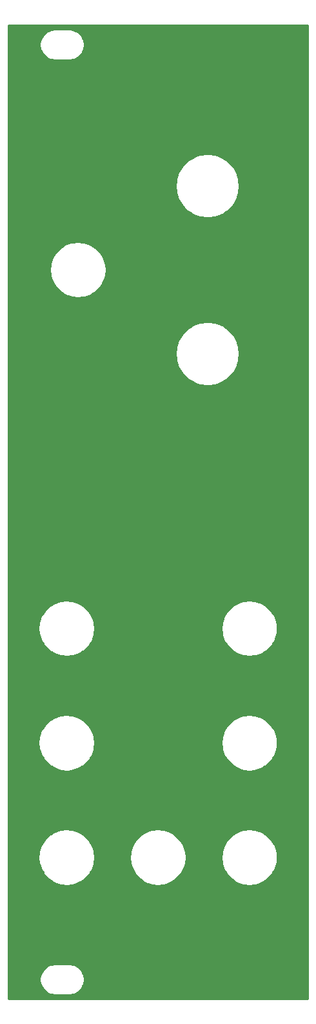
<source format=gtl>
G04 #@! TF.GenerationSoftware,KiCad,Pcbnew,(5.0.0-rc2)*
G04 #@! TF.CreationDate,2020-07-08T20:50:26+03:00*
G04 #@! TF.ProjectId,VCAPNL2,564341504E4C322E6B696361645F7063,rev?*
G04 #@! TF.SameCoordinates,PX2e28680PY88601c0*
G04 #@! TF.FileFunction,Copper,L1,Top,Signal*
G04 #@! TF.FilePolarity,Positive*
%FSLAX46Y46*%
G04 Gerber Fmt 4.6, Leading zero omitted, Abs format (unit mm)*
G04 Created by KiCad (PCBNEW (5.0.0-rc2)) date Wed Jul  8 20:50:26 2020*
%MOMM*%
%LPD*%
G01*
G04 APERTURE LIST*
G04 #@! TA.AperFunction,NonConductor*
%ADD10C,0.254000*%
G04 #@! TD*
G04 APERTURE END LIST*
D10*
G36*
X39723000Y477000D02*
X477000Y477000D01*
X477000Y3068362D01*
X4568380Y3068362D01*
X4568380Y2931638D01*
X4646690Y2437212D01*
X4646690Y2437211D01*
X4688940Y2307179D01*
X4916203Y1861150D01*
X4996567Y1750538D01*
X5350539Y1396567D01*
X5461150Y1316203D01*
X5907179Y1088940D01*
X6037211Y1046690D01*
X6523174Y969721D01*
X6556961Y963000D01*
X8443039Y963000D01*
X8476826Y969721D01*
X8962789Y1046690D01*
X9092821Y1088940D01*
X9538850Y1316203D01*
X9649462Y1396567D01*
X10003433Y1750539D01*
X10083797Y1861150D01*
X10311060Y2307179D01*
X10353310Y2437211D01*
X10353310Y2437212D01*
X10431620Y2931638D01*
X10431620Y3068362D01*
X10353310Y3562789D01*
X10311060Y3692821D01*
X10083797Y4138850D01*
X10003433Y4249461D01*
X10003432Y4249462D01*
X9649462Y4603433D01*
X9538850Y4683797D01*
X9092821Y4911060D01*
X8962789Y4953310D01*
X8476826Y5030279D01*
X8443039Y5037000D01*
X6556961Y5037000D01*
X6523174Y5030279D01*
X6037211Y4953310D01*
X5907179Y4911060D01*
X5461150Y4683797D01*
X5350539Y4603433D01*
X4996567Y4249462D01*
X4937658Y4168380D01*
X4916203Y4138850D01*
X4688940Y3692821D01*
X4646690Y3562789D01*
X4568380Y3068362D01*
X477000Y3068362D01*
X477000Y18948242D01*
X4393361Y18948242D01*
X4473000Y18317839D01*
X4473000Y18278545D01*
X4480142Y18261302D01*
X4496941Y18128328D01*
X4779597Y17351737D01*
X4995962Y17016005D01*
X5025178Y16945470D01*
X5070855Y16899793D01*
X5227281Y16657067D01*
X5817743Y16078844D01*
X6010211Y15960437D01*
X6045470Y15925178D01*
X6112973Y15897218D01*
X6521636Y15645806D01*
X7303976Y15379476D01*
X8125880Y15293090D01*
X8796023Y15373000D01*
X8821455Y15373000D01*
X8831736Y15377259D01*
X8946497Y15390943D01*
X9725042Y15668170D01*
X10083961Y15895948D01*
X10154530Y15925178D01*
X10197099Y15967747D01*
X10422820Y16110994D01*
X11005152Y16697405D01*
X11135737Y16906385D01*
X11174822Y16945470D01*
X11203652Y17015072D01*
X11443093Y17398258D01*
X11714879Y18178720D01*
X11725733Y18275486D01*
X11727000Y18278545D01*
X11727000Y18286782D01*
X11801194Y18948242D01*
X16393361Y18948242D01*
X16473000Y18317839D01*
X16473000Y18278545D01*
X16480142Y18261302D01*
X16496941Y18128328D01*
X16779597Y17351737D01*
X16995962Y17016005D01*
X17025178Y16945470D01*
X17070855Y16899793D01*
X17227281Y16657067D01*
X17817743Y16078844D01*
X18010211Y15960437D01*
X18045470Y15925178D01*
X18112973Y15897218D01*
X18521636Y15645806D01*
X19303976Y15379476D01*
X20125880Y15293090D01*
X20796023Y15373000D01*
X20821455Y15373000D01*
X20831736Y15377259D01*
X20946497Y15390943D01*
X21725042Y15668170D01*
X22083961Y15895948D01*
X22154530Y15925178D01*
X22197099Y15967747D01*
X22422820Y16110994D01*
X23005152Y16697405D01*
X23135737Y16906385D01*
X23174822Y16945470D01*
X23203652Y17015072D01*
X23443093Y17398258D01*
X23714879Y18178720D01*
X23725733Y18275486D01*
X23727000Y18278545D01*
X23727000Y18286782D01*
X23801194Y18948242D01*
X28393361Y18948242D01*
X28473000Y18317839D01*
X28473000Y18278545D01*
X28480142Y18261302D01*
X28496941Y18128328D01*
X28779597Y17351737D01*
X28995962Y17016005D01*
X29025178Y16945470D01*
X29070855Y16899793D01*
X29227281Y16657067D01*
X29817743Y16078844D01*
X30010211Y15960437D01*
X30045470Y15925178D01*
X30112973Y15897218D01*
X30521636Y15645806D01*
X31303976Y15379476D01*
X32125880Y15293090D01*
X32796023Y15373000D01*
X32821455Y15373000D01*
X32831736Y15377259D01*
X32946497Y15390943D01*
X33725042Y15668170D01*
X34083961Y15895948D01*
X34154530Y15925178D01*
X34197099Y15967747D01*
X34422820Y16110994D01*
X35005152Y16697405D01*
X35135737Y16906385D01*
X35174822Y16945470D01*
X35203652Y17015072D01*
X35443093Y17398258D01*
X35714879Y18178720D01*
X35725733Y18275486D01*
X35727000Y18278545D01*
X35727000Y18286782D01*
X35807000Y19000000D01*
X35805555Y19103506D01*
X35727000Y19662453D01*
X35727000Y19721455D01*
X35714449Y19751755D01*
X35690538Y19921893D01*
X35397066Y20694462D01*
X35202942Y20986643D01*
X35174822Y21054530D01*
X35124214Y21105138D01*
X34939727Y21382814D01*
X34341249Y21952736D01*
X34181219Y22048133D01*
X34154530Y22074822D01*
X34095273Y22099367D01*
X33631378Y22375904D01*
X32845396Y22631285D01*
X32022366Y22706187D01*
X31428889Y22627000D01*
X31378545Y22627000D01*
X31354621Y22617091D01*
X31203196Y22596886D01*
X30428597Y22308816D01*
X30115076Y22103654D01*
X30045470Y22074822D01*
X29997101Y22026453D01*
X29737069Y21856293D01*
X29162982Y21261808D01*
X29056295Y21085647D01*
X29025178Y21054530D01*
X28998621Y20990415D01*
X28734869Y20554909D01*
X28474007Y19770729D01*
X28393361Y18948242D01*
X23801194Y18948242D01*
X23807000Y19000000D01*
X23805555Y19103506D01*
X23727000Y19662453D01*
X23727000Y19721455D01*
X23714449Y19751755D01*
X23690538Y19921893D01*
X23397066Y20694462D01*
X23202942Y20986643D01*
X23174822Y21054530D01*
X23124214Y21105138D01*
X22939727Y21382814D01*
X22341249Y21952736D01*
X22181219Y22048133D01*
X22154530Y22074822D01*
X22095273Y22099367D01*
X21631378Y22375904D01*
X20845396Y22631285D01*
X20022366Y22706187D01*
X19428889Y22627000D01*
X19378545Y22627000D01*
X19354621Y22617091D01*
X19203196Y22596886D01*
X18428597Y22308816D01*
X18115076Y22103654D01*
X18045470Y22074822D01*
X17997101Y22026453D01*
X17737069Y21856293D01*
X17162982Y21261808D01*
X17056295Y21085647D01*
X17025178Y21054530D01*
X16998621Y20990415D01*
X16734869Y20554909D01*
X16474007Y19770729D01*
X16393361Y18948242D01*
X11801194Y18948242D01*
X11807000Y19000000D01*
X11805555Y19103506D01*
X11727000Y19662453D01*
X11727000Y19721455D01*
X11714449Y19751755D01*
X11690538Y19921893D01*
X11397066Y20694462D01*
X11202942Y20986643D01*
X11174822Y21054530D01*
X11124214Y21105138D01*
X10939727Y21382814D01*
X10341249Y21952736D01*
X10181219Y22048133D01*
X10154530Y22074822D01*
X10095273Y22099367D01*
X9631378Y22375904D01*
X8845396Y22631285D01*
X8022366Y22706187D01*
X7428889Y22627000D01*
X7378545Y22627000D01*
X7354621Y22617091D01*
X7203196Y22596886D01*
X6428597Y22308816D01*
X6115076Y22103654D01*
X6045470Y22074822D01*
X5997101Y22026453D01*
X5737069Y21856293D01*
X5162982Y21261808D01*
X5056295Y21085647D01*
X5025178Y21054530D01*
X4998621Y20990415D01*
X4734869Y20554909D01*
X4474007Y19770729D01*
X4393361Y18948242D01*
X477000Y18948242D01*
X477000Y33948242D01*
X4393361Y33948242D01*
X4473000Y33317839D01*
X4473000Y33278545D01*
X4480142Y33261302D01*
X4496941Y33128328D01*
X4779597Y32351737D01*
X4995962Y32016005D01*
X5025178Y31945470D01*
X5070855Y31899793D01*
X5227281Y31657067D01*
X5817743Y31078844D01*
X6010211Y30960437D01*
X6045470Y30925178D01*
X6112973Y30897218D01*
X6521636Y30645806D01*
X7303976Y30379476D01*
X8125880Y30293090D01*
X8796023Y30373000D01*
X8821455Y30373000D01*
X8831736Y30377259D01*
X8946497Y30390943D01*
X9725042Y30668170D01*
X10083961Y30895948D01*
X10154530Y30925178D01*
X10197099Y30967747D01*
X10422820Y31110994D01*
X11005152Y31697405D01*
X11135737Y31906385D01*
X11174822Y31945470D01*
X11203652Y32015072D01*
X11443093Y32398258D01*
X11714879Y33178720D01*
X11725733Y33275486D01*
X11727000Y33278545D01*
X11727000Y33286782D01*
X11801194Y33948242D01*
X28393361Y33948242D01*
X28473000Y33317839D01*
X28473000Y33278545D01*
X28480142Y33261302D01*
X28496941Y33128328D01*
X28779597Y32351737D01*
X28995962Y32016005D01*
X29025178Y31945470D01*
X29070855Y31899793D01*
X29227281Y31657067D01*
X29817743Y31078844D01*
X30010211Y30960437D01*
X30045470Y30925178D01*
X30112973Y30897218D01*
X30521636Y30645806D01*
X31303976Y30379476D01*
X32125880Y30293090D01*
X32796023Y30373000D01*
X32821455Y30373000D01*
X32831736Y30377259D01*
X32946497Y30390943D01*
X33725042Y30668170D01*
X34083961Y30895948D01*
X34154530Y30925178D01*
X34197099Y30967747D01*
X34422820Y31110994D01*
X35005152Y31697405D01*
X35135737Y31906385D01*
X35174822Y31945470D01*
X35203652Y32015072D01*
X35443093Y32398258D01*
X35714879Y33178720D01*
X35725733Y33275486D01*
X35727000Y33278545D01*
X35727000Y33286782D01*
X35807000Y34000000D01*
X35805555Y34103506D01*
X35727000Y34662453D01*
X35727000Y34721455D01*
X35714449Y34751755D01*
X35690538Y34921893D01*
X35397066Y35694462D01*
X35202942Y35986643D01*
X35174822Y36054530D01*
X35124214Y36105138D01*
X34939727Y36382814D01*
X34341249Y36952736D01*
X34181219Y37048133D01*
X34154530Y37074822D01*
X34095273Y37099367D01*
X33631378Y37375904D01*
X32845396Y37631285D01*
X32022366Y37706187D01*
X31428889Y37627000D01*
X31378545Y37627000D01*
X31354621Y37617091D01*
X31203196Y37596886D01*
X30428597Y37308816D01*
X30115076Y37103654D01*
X30045470Y37074822D01*
X29997101Y37026453D01*
X29737069Y36856293D01*
X29162982Y36261808D01*
X29056295Y36085647D01*
X29025178Y36054530D01*
X28998621Y35990415D01*
X28734869Y35554909D01*
X28474007Y34770729D01*
X28393361Y33948242D01*
X11801194Y33948242D01*
X11807000Y34000000D01*
X11805555Y34103506D01*
X11727000Y34662453D01*
X11727000Y34721455D01*
X11714449Y34751755D01*
X11690538Y34921893D01*
X11397066Y35694462D01*
X11202942Y35986643D01*
X11174822Y36054530D01*
X11124214Y36105138D01*
X10939727Y36382814D01*
X10341249Y36952736D01*
X10181219Y37048133D01*
X10154530Y37074822D01*
X10095273Y37099367D01*
X9631378Y37375904D01*
X8845396Y37631285D01*
X8022366Y37706187D01*
X7428889Y37627000D01*
X7378545Y37627000D01*
X7354621Y37617091D01*
X7203196Y37596886D01*
X6428597Y37308816D01*
X6115076Y37103654D01*
X6045470Y37074822D01*
X5997101Y37026453D01*
X5737069Y36856293D01*
X5162982Y36261808D01*
X5056295Y36085647D01*
X5025178Y36054530D01*
X4998621Y35990415D01*
X4734869Y35554909D01*
X4474007Y34770729D01*
X4393361Y33948242D01*
X477000Y33948242D01*
X477000Y48948242D01*
X4393361Y48948242D01*
X4473000Y48317839D01*
X4473000Y48278545D01*
X4480142Y48261302D01*
X4496941Y48128328D01*
X4779597Y47351737D01*
X4995962Y47016005D01*
X5025178Y46945470D01*
X5070855Y46899793D01*
X5227281Y46657067D01*
X5817743Y46078844D01*
X6010211Y45960437D01*
X6045470Y45925178D01*
X6112973Y45897218D01*
X6521636Y45645806D01*
X7303976Y45379476D01*
X8125880Y45293090D01*
X8796023Y45373000D01*
X8821455Y45373000D01*
X8831736Y45377259D01*
X8946497Y45390943D01*
X9725042Y45668170D01*
X10083961Y45895948D01*
X10154530Y45925178D01*
X10197099Y45967747D01*
X10422820Y46110994D01*
X11005152Y46697405D01*
X11135737Y46906385D01*
X11174822Y46945470D01*
X11203652Y47015072D01*
X11443093Y47398258D01*
X11714879Y48178720D01*
X11725733Y48275486D01*
X11727000Y48278545D01*
X11727000Y48286782D01*
X11801194Y48948242D01*
X28393361Y48948242D01*
X28473000Y48317839D01*
X28473000Y48278545D01*
X28480142Y48261302D01*
X28496941Y48128328D01*
X28779597Y47351737D01*
X28995962Y47016005D01*
X29025178Y46945470D01*
X29070855Y46899793D01*
X29227281Y46657067D01*
X29817743Y46078844D01*
X30010211Y45960437D01*
X30045470Y45925178D01*
X30112973Y45897218D01*
X30521636Y45645806D01*
X31303976Y45379476D01*
X32125880Y45293090D01*
X32796023Y45373000D01*
X32821455Y45373000D01*
X32831736Y45377259D01*
X32946497Y45390943D01*
X33725042Y45668170D01*
X34083961Y45895948D01*
X34154530Y45925178D01*
X34197099Y45967747D01*
X34422820Y46110994D01*
X35005152Y46697405D01*
X35135737Y46906385D01*
X35174822Y46945470D01*
X35203652Y47015072D01*
X35443093Y47398258D01*
X35714879Y48178720D01*
X35725733Y48275486D01*
X35727000Y48278545D01*
X35727000Y48286782D01*
X35807000Y49000000D01*
X35805555Y49103506D01*
X35727000Y49662453D01*
X35727000Y49721455D01*
X35714449Y49751755D01*
X35690538Y49921893D01*
X35397066Y50694462D01*
X35202942Y50986643D01*
X35174822Y51054530D01*
X35124214Y51105138D01*
X34939727Y51382814D01*
X34341249Y51952736D01*
X34181219Y52048133D01*
X34154530Y52074822D01*
X34095273Y52099367D01*
X33631378Y52375904D01*
X32845396Y52631285D01*
X32022366Y52706187D01*
X31428889Y52627000D01*
X31378545Y52627000D01*
X31354621Y52617091D01*
X31203196Y52596886D01*
X30428597Y52308816D01*
X30115076Y52103654D01*
X30045470Y52074822D01*
X29997101Y52026453D01*
X29737069Y51856293D01*
X29162982Y51261808D01*
X29056295Y51085647D01*
X29025178Y51054530D01*
X28998621Y50990415D01*
X28734869Y50554909D01*
X28474007Y49770729D01*
X28393361Y48948242D01*
X11801194Y48948242D01*
X11807000Y49000000D01*
X11805555Y49103506D01*
X11727000Y49662453D01*
X11727000Y49721455D01*
X11714449Y49751755D01*
X11690538Y49921893D01*
X11397066Y50694462D01*
X11202942Y50986643D01*
X11174822Y51054530D01*
X11124214Y51105138D01*
X10939727Y51382814D01*
X10341249Y51952736D01*
X10181219Y52048133D01*
X10154530Y52074822D01*
X10095273Y52099367D01*
X9631378Y52375904D01*
X8845396Y52631285D01*
X8022366Y52706187D01*
X7428889Y52627000D01*
X7378545Y52627000D01*
X7354621Y52617091D01*
X7203196Y52596886D01*
X6428597Y52308816D01*
X6115076Y52103654D01*
X6045470Y52074822D01*
X5997101Y52026453D01*
X5737069Y51856293D01*
X5162982Y51261808D01*
X5056295Y51085647D01*
X5025178Y51054530D01*
X4998621Y50990415D01*
X4734869Y50554909D01*
X4474007Y49770729D01*
X4393361Y48948242D01*
X477000Y48948242D01*
X477000Y85000000D01*
X22393000Y85000000D01*
X22473000Y84238851D01*
X22473000Y84179089D01*
X22481417Y84158769D01*
X22484933Y84125316D01*
X22756714Y83288859D01*
X23057642Y82767637D01*
X23101298Y82662242D01*
X23141979Y82621561D01*
X23196466Y82527187D01*
X23784968Y81873590D01*
X24168876Y81594664D01*
X24262242Y81501298D01*
X24343988Y81467438D01*
X24496500Y81356631D01*
X25299966Y80998905D01*
X25659757Y80922429D01*
X25779089Y80873000D01*
X25892302Y80873000D01*
X26160249Y80816046D01*
X27039751Y80816046D01*
X27307698Y80873000D01*
X27420911Y80873000D01*
X27540243Y80922429D01*
X27900034Y80998905D01*
X28703500Y81356631D01*
X28856012Y81467438D01*
X28937758Y81501298D01*
X29031124Y81594664D01*
X29415032Y81873590D01*
X30003534Y82527187D01*
X30058021Y82621561D01*
X30098702Y82662242D01*
X30142358Y82767637D01*
X30443286Y83288859D01*
X30715067Y84125316D01*
X30718583Y84158769D01*
X30727000Y84179089D01*
X30727000Y84238851D01*
X30807000Y85000000D01*
X30727000Y85761149D01*
X30727000Y85820911D01*
X30718583Y85841231D01*
X30715067Y85874684D01*
X30443286Y86711141D01*
X30142358Y87232363D01*
X30098702Y87337758D01*
X30058021Y87378439D01*
X30003534Y87472813D01*
X29415032Y88126410D01*
X29031124Y88405336D01*
X28937758Y88498702D01*
X28856012Y88532562D01*
X28703500Y88643369D01*
X27900034Y89001095D01*
X27540243Y89077571D01*
X27420911Y89127000D01*
X27307698Y89127000D01*
X27039751Y89183954D01*
X26160249Y89183954D01*
X25892302Y89127000D01*
X25779089Y89127000D01*
X25659757Y89077571D01*
X25299966Y89001095D01*
X24496500Y88643369D01*
X24343988Y88532562D01*
X24262242Y88498702D01*
X24168876Y88405336D01*
X23784968Y88126410D01*
X23196466Y87472813D01*
X23141979Y87378439D01*
X23101298Y87337758D01*
X23057642Y87232363D01*
X22756714Y86711141D01*
X22484933Y85874684D01*
X22481417Y85841231D01*
X22473000Y85820911D01*
X22473000Y85761149D01*
X22393000Y85000000D01*
X477000Y85000000D01*
X477000Y95948242D01*
X5893361Y95948242D01*
X5973000Y95317839D01*
X5973000Y95278545D01*
X5980142Y95261302D01*
X5996941Y95128328D01*
X6279597Y94351737D01*
X6495962Y94016005D01*
X6525178Y93945470D01*
X6570855Y93899793D01*
X6727281Y93657067D01*
X7317743Y93078844D01*
X7510211Y92960437D01*
X7545470Y92925178D01*
X7612973Y92897218D01*
X8021636Y92645806D01*
X8803976Y92379476D01*
X9625880Y92293090D01*
X10296023Y92373000D01*
X10321455Y92373000D01*
X10331736Y92377259D01*
X10446497Y92390943D01*
X11225042Y92668170D01*
X11583961Y92895948D01*
X11654530Y92925178D01*
X11697099Y92967747D01*
X11922820Y93110994D01*
X12505152Y93697405D01*
X12635737Y93906385D01*
X12674822Y93945470D01*
X12703652Y94015072D01*
X12943093Y94398258D01*
X13214879Y95178720D01*
X13225733Y95275486D01*
X13227000Y95278545D01*
X13227000Y95286782D01*
X13307000Y96000000D01*
X13305555Y96103506D01*
X13227000Y96662453D01*
X13227000Y96721455D01*
X13214449Y96751755D01*
X13190538Y96921893D01*
X12897066Y97694462D01*
X12702942Y97986643D01*
X12674822Y98054530D01*
X12624214Y98105138D01*
X12439727Y98382814D01*
X11841249Y98952736D01*
X11681219Y99048133D01*
X11654530Y99074822D01*
X11595273Y99099367D01*
X11131378Y99375904D01*
X10345396Y99631285D01*
X9522366Y99706187D01*
X8928889Y99627000D01*
X8878545Y99627000D01*
X8854621Y99617091D01*
X8703196Y99596886D01*
X7928597Y99308816D01*
X7615076Y99103654D01*
X7545470Y99074822D01*
X7497101Y99026453D01*
X7237069Y98856293D01*
X6662982Y98261808D01*
X6556295Y98085647D01*
X6525178Y98054530D01*
X6498621Y97990415D01*
X6234869Y97554909D01*
X5974007Y96770729D01*
X5893361Y95948242D01*
X477000Y95948242D01*
X477000Y107000000D01*
X22393000Y107000000D01*
X22473000Y106238851D01*
X22473000Y106179089D01*
X22481417Y106158769D01*
X22484933Y106125316D01*
X22756714Y105288859D01*
X23057642Y104767637D01*
X23101298Y104662242D01*
X23141979Y104621561D01*
X23196466Y104527187D01*
X23784968Y103873590D01*
X24168876Y103594664D01*
X24262242Y103501298D01*
X24343988Y103467438D01*
X24496500Y103356631D01*
X25299966Y102998905D01*
X25659757Y102922429D01*
X25779089Y102873000D01*
X25892302Y102873000D01*
X26160249Y102816046D01*
X27039751Y102816046D01*
X27307698Y102873000D01*
X27420911Y102873000D01*
X27540243Y102922429D01*
X27900034Y102998905D01*
X28703500Y103356631D01*
X28856012Y103467438D01*
X28937758Y103501298D01*
X29031124Y103594664D01*
X29415032Y103873590D01*
X30003534Y104527187D01*
X30058021Y104621561D01*
X30098702Y104662242D01*
X30142358Y104767637D01*
X30443286Y105288859D01*
X30715067Y106125316D01*
X30718583Y106158769D01*
X30727000Y106179089D01*
X30727000Y106238851D01*
X30807000Y107000000D01*
X30727000Y107761149D01*
X30727000Y107820911D01*
X30718583Y107841231D01*
X30715067Y107874684D01*
X30443286Y108711141D01*
X30142358Y109232363D01*
X30098702Y109337758D01*
X30058021Y109378439D01*
X30003534Y109472813D01*
X29415032Y110126410D01*
X29031124Y110405336D01*
X28937758Y110498702D01*
X28856012Y110532562D01*
X28703500Y110643369D01*
X27900034Y111001095D01*
X27540243Y111077571D01*
X27420911Y111127000D01*
X27307698Y111127000D01*
X27039751Y111183954D01*
X26160249Y111183954D01*
X25892302Y111127000D01*
X25779089Y111127000D01*
X25659757Y111077571D01*
X25299966Y111001095D01*
X24496500Y110643369D01*
X24343988Y110532562D01*
X24262242Y110498702D01*
X24168876Y110405336D01*
X23784968Y110126410D01*
X23196466Y109472813D01*
X23141979Y109378439D01*
X23101298Y109337758D01*
X23057642Y109232363D01*
X22756714Y108711141D01*
X22484933Y107874684D01*
X22481417Y107841231D01*
X22473000Y107820911D01*
X22473000Y107761149D01*
X22393000Y107000000D01*
X477000Y107000000D01*
X477000Y125568362D01*
X4568380Y125568362D01*
X4568380Y125431638D01*
X4646690Y124937212D01*
X4646690Y124937211D01*
X4688940Y124807179D01*
X4916203Y124361150D01*
X4996567Y124250538D01*
X5350539Y123896567D01*
X5461150Y123816203D01*
X5907179Y123588940D01*
X6037211Y123546690D01*
X6523174Y123469721D01*
X6556961Y123463000D01*
X8443039Y123463000D01*
X8476826Y123469721D01*
X8962789Y123546690D01*
X9092821Y123588940D01*
X9538850Y123816203D01*
X9649462Y123896567D01*
X10003433Y124250539D01*
X10083797Y124361150D01*
X10311060Y124807179D01*
X10353310Y124937211D01*
X10353310Y124937212D01*
X10431620Y125431638D01*
X10431620Y125568362D01*
X10353310Y126062789D01*
X10311060Y126192821D01*
X10083797Y126638850D01*
X10003433Y126749461D01*
X10003432Y126749462D01*
X9649462Y127103433D01*
X9538850Y127183797D01*
X9092821Y127411060D01*
X8962789Y127453310D01*
X8476826Y127530279D01*
X8443039Y127537000D01*
X6556961Y127537000D01*
X6523174Y127530279D01*
X6037211Y127453310D01*
X5907179Y127411060D01*
X5461150Y127183797D01*
X5350539Y127103433D01*
X4996567Y126749462D01*
X4937658Y126668380D01*
X4916203Y126638850D01*
X4688940Y126192821D01*
X4646690Y126062789D01*
X4568380Y125568362D01*
X477000Y125568362D01*
X476999Y128023000D01*
X39723001Y128023000D01*
X39723000Y477000D01*
X39723000Y477000D01*
G37*
X39723000Y477000D02*
X477000Y477000D01*
X477000Y3068362D01*
X4568380Y3068362D01*
X4568380Y2931638D01*
X4646690Y2437212D01*
X4646690Y2437211D01*
X4688940Y2307179D01*
X4916203Y1861150D01*
X4996567Y1750538D01*
X5350539Y1396567D01*
X5461150Y1316203D01*
X5907179Y1088940D01*
X6037211Y1046690D01*
X6523174Y969721D01*
X6556961Y963000D01*
X8443039Y963000D01*
X8476826Y969721D01*
X8962789Y1046690D01*
X9092821Y1088940D01*
X9538850Y1316203D01*
X9649462Y1396567D01*
X10003433Y1750539D01*
X10083797Y1861150D01*
X10311060Y2307179D01*
X10353310Y2437211D01*
X10353310Y2437212D01*
X10431620Y2931638D01*
X10431620Y3068362D01*
X10353310Y3562789D01*
X10311060Y3692821D01*
X10083797Y4138850D01*
X10003433Y4249461D01*
X10003432Y4249462D01*
X9649462Y4603433D01*
X9538850Y4683797D01*
X9092821Y4911060D01*
X8962789Y4953310D01*
X8476826Y5030279D01*
X8443039Y5037000D01*
X6556961Y5037000D01*
X6523174Y5030279D01*
X6037211Y4953310D01*
X5907179Y4911060D01*
X5461150Y4683797D01*
X5350539Y4603433D01*
X4996567Y4249462D01*
X4937658Y4168380D01*
X4916203Y4138850D01*
X4688940Y3692821D01*
X4646690Y3562789D01*
X4568380Y3068362D01*
X477000Y3068362D01*
X477000Y18948242D01*
X4393361Y18948242D01*
X4473000Y18317839D01*
X4473000Y18278545D01*
X4480142Y18261302D01*
X4496941Y18128328D01*
X4779597Y17351737D01*
X4995962Y17016005D01*
X5025178Y16945470D01*
X5070855Y16899793D01*
X5227281Y16657067D01*
X5817743Y16078844D01*
X6010211Y15960437D01*
X6045470Y15925178D01*
X6112973Y15897218D01*
X6521636Y15645806D01*
X7303976Y15379476D01*
X8125880Y15293090D01*
X8796023Y15373000D01*
X8821455Y15373000D01*
X8831736Y15377259D01*
X8946497Y15390943D01*
X9725042Y15668170D01*
X10083961Y15895948D01*
X10154530Y15925178D01*
X10197099Y15967747D01*
X10422820Y16110994D01*
X11005152Y16697405D01*
X11135737Y16906385D01*
X11174822Y16945470D01*
X11203652Y17015072D01*
X11443093Y17398258D01*
X11714879Y18178720D01*
X11725733Y18275486D01*
X11727000Y18278545D01*
X11727000Y18286782D01*
X11801194Y18948242D01*
X16393361Y18948242D01*
X16473000Y18317839D01*
X16473000Y18278545D01*
X16480142Y18261302D01*
X16496941Y18128328D01*
X16779597Y17351737D01*
X16995962Y17016005D01*
X17025178Y16945470D01*
X17070855Y16899793D01*
X17227281Y16657067D01*
X17817743Y16078844D01*
X18010211Y15960437D01*
X18045470Y15925178D01*
X18112973Y15897218D01*
X18521636Y15645806D01*
X19303976Y15379476D01*
X20125880Y15293090D01*
X20796023Y15373000D01*
X20821455Y15373000D01*
X20831736Y15377259D01*
X20946497Y15390943D01*
X21725042Y15668170D01*
X22083961Y15895948D01*
X22154530Y15925178D01*
X22197099Y15967747D01*
X22422820Y16110994D01*
X23005152Y16697405D01*
X23135737Y16906385D01*
X23174822Y16945470D01*
X23203652Y17015072D01*
X23443093Y17398258D01*
X23714879Y18178720D01*
X23725733Y18275486D01*
X23727000Y18278545D01*
X23727000Y18286782D01*
X23801194Y18948242D01*
X28393361Y18948242D01*
X28473000Y18317839D01*
X28473000Y18278545D01*
X28480142Y18261302D01*
X28496941Y18128328D01*
X28779597Y17351737D01*
X28995962Y17016005D01*
X29025178Y16945470D01*
X29070855Y16899793D01*
X29227281Y16657067D01*
X29817743Y16078844D01*
X30010211Y15960437D01*
X30045470Y15925178D01*
X30112973Y15897218D01*
X30521636Y15645806D01*
X31303976Y15379476D01*
X32125880Y15293090D01*
X32796023Y15373000D01*
X32821455Y15373000D01*
X32831736Y15377259D01*
X32946497Y15390943D01*
X33725042Y15668170D01*
X34083961Y15895948D01*
X34154530Y15925178D01*
X34197099Y15967747D01*
X34422820Y16110994D01*
X35005152Y16697405D01*
X35135737Y16906385D01*
X35174822Y16945470D01*
X35203652Y17015072D01*
X35443093Y17398258D01*
X35714879Y18178720D01*
X35725733Y18275486D01*
X35727000Y18278545D01*
X35727000Y18286782D01*
X35807000Y19000000D01*
X35805555Y19103506D01*
X35727000Y19662453D01*
X35727000Y19721455D01*
X35714449Y19751755D01*
X35690538Y19921893D01*
X35397066Y20694462D01*
X35202942Y20986643D01*
X35174822Y21054530D01*
X35124214Y21105138D01*
X34939727Y21382814D01*
X34341249Y21952736D01*
X34181219Y22048133D01*
X34154530Y22074822D01*
X34095273Y22099367D01*
X33631378Y22375904D01*
X32845396Y22631285D01*
X32022366Y22706187D01*
X31428889Y22627000D01*
X31378545Y22627000D01*
X31354621Y22617091D01*
X31203196Y22596886D01*
X30428597Y22308816D01*
X30115076Y22103654D01*
X30045470Y22074822D01*
X29997101Y22026453D01*
X29737069Y21856293D01*
X29162982Y21261808D01*
X29056295Y21085647D01*
X29025178Y21054530D01*
X28998621Y20990415D01*
X28734869Y20554909D01*
X28474007Y19770729D01*
X28393361Y18948242D01*
X23801194Y18948242D01*
X23807000Y19000000D01*
X23805555Y19103506D01*
X23727000Y19662453D01*
X23727000Y19721455D01*
X23714449Y19751755D01*
X23690538Y19921893D01*
X23397066Y20694462D01*
X23202942Y20986643D01*
X23174822Y21054530D01*
X23124214Y21105138D01*
X22939727Y21382814D01*
X22341249Y21952736D01*
X22181219Y22048133D01*
X22154530Y22074822D01*
X22095273Y22099367D01*
X21631378Y22375904D01*
X20845396Y22631285D01*
X20022366Y22706187D01*
X19428889Y22627000D01*
X19378545Y22627000D01*
X19354621Y22617091D01*
X19203196Y22596886D01*
X18428597Y22308816D01*
X18115076Y22103654D01*
X18045470Y22074822D01*
X17997101Y22026453D01*
X17737069Y21856293D01*
X17162982Y21261808D01*
X17056295Y21085647D01*
X17025178Y21054530D01*
X16998621Y20990415D01*
X16734869Y20554909D01*
X16474007Y19770729D01*
X16393361Y18948242D01*
X11801194Y18948242D01*
X11807000Y19000000D01*
X11805555Y19103506D01*
X11727000Y19662453D01*
X11727000Y19721455D01*
X11714449Y19751755D01*
X11690538Y19921893D01*
X11397066Y20694462D01*
X11202942Y20986643D01*
X11174822Y21054530D01*
X11124214Y21105138D01*
X10939727Y21382814D01*
X10341249Y21952736D01*
X10181219Y22048133D01*
X10154530Y22074822D01*
X10095273Y22099367D01*
X9631378Y22375904D01*
X8845396Y22631285D01*
X8022366Y22706187D01*
X7428889Y22627000D01*
X7378545Y22627000D01*
X7354621Y22617091D01*
X7203196Y22596886D01*
X6428597Y22308816D01*
X6115076Y22103654D01*
X6045470Y22074822D01*
X5997101Y22026453D01*
X5737069Y21856293D01*
X5162982Y21261808D01*
X5056295Y21085647D01*
X5025178Y21054530D01*
X4998621Y20990415D01*
X4734869Y20554909D01*
X4474007Y19770729D01*
X4393361Y18948242D01*
X477000Y18948242D01*
X477000Y33948242D01*
X4393361Y33948242D01*
X4473000Y33317839D01*
X4473000Y33278545D01*
X4480142Y33261302D01*
X4496941Y33128328D01*
X4779597Y32351737D01*
X4995962Y32016005D01*
X5025178Y31945470D01*
X5070855Y31899793D01*
X5227281Y31657067D01*
X5817743Y31078844D01*
X6010211Y30960437D01*
X6045470Y30925178D01*
X6112973Y30897218D01*
X6521636Y30645806D01*
X7303976Y30379476D01*
X8125880Y30293090D01*
X8796023Y30373000D01*
X8821455Y30373000D01*
X8831736Y30377259D01*
X8946497Y30390943D01*
X9725042Y30668170D01*
X10083961Y30895948D01*
X10154530Y30925178D01*
X10197099Y30967747D01*
X10422820Y31110994D01*
X11005152Y31697405D01*
X11135737Y31906385D01*
X11174822Y31945470D01*
X11203652Y32015072D01*
X11443093Y32398258D01*
X11714879Y33178720D01*
X11725733Y33275486D01*
X11727000Y33278545D01*
X11727000Y33286782D01*
X11801194Y33948242D01*
X28393361Y33948242D01*
X28473000Y33317839D01*
X28473000Y33278545D01*
X28480142Y33261302D01*
X28496941Y33128328D01*
X28779597Y32351737D01*
X28995962Y32016005D01*
X29025178Y31945470D01*
X29070855Y31899793D01*
X29227281Y31657067D01*
X29817743Y31078844D01*
X30010211Y30960437D01*
X30045470Y30925178D01*
X30112973Y30897218D01*
X30521636Y30645806D01*
X31303976Y30379476D01*
X32125880Y30293090D01*
X32796023Y30373000D01*
X32821455Y30373000D01*
X32831736Y30377259D01*
X32946497Y30390943D01*
X33725042Y30668170D01*
X34083961Y30895948D01*
X34154530Y30925178D01*
X34197099Y30967747D01*
X34422820Y31110994D01*
X35005152Y31697405D01*
X35135737Y31906385D01*
X35174822Y31945470D01*
X35203652Y32015072D01*
X35443093Y32398258D01*
X35714879Y33178720D01*
X35725733Y33275486D01*
X35727000Y33278545D01*
X35727000Y33286782D01*
X35807000Y34000000D01*
X35805555Y34103506D01*
X35727000Y34662453D01*
X35727000Y34721455D01*
X35714449Y34751755D01*
X35690538Y34921893D01*
X35397066Y35694462D01*
X35202942Y35986643D01*
X35174822Y36054530D01*
X35124214Y36105138D01*
X34939727Y36382814D01*
X34341249Y36952736D01*
X34181219Y37048133D01*
X34154530Y37074822D01*
X34095273Y37099367D01*
X33631378Y37375904D01*
X32845396Y37631285D01*
X32022366Y37706187D01*
X31428889Y37627000D01*
X31378545Y37627000D01*
X31354621Y37617091D01*
X31203196Y37596886D01*
X30428597Y37308816D01*
X30115076Y37103654D01*
X30045470Y37074822D01*
X29997101Y37026453D01*
X29737069Y36856293D01*
X29162982Y36261808D01*
X29056295Y36085647D01*
X29025178Y36054530D01*
X28998621Y35990415D01*
X28734869Y35554909D01*
X28474007Y34770729D01*
X28393361Y33948242D01*
X11801194Y33948242D01*
X11807000Y34000000D01*
X11805555Y34103506D01*
X11727000Y34662453D01*
X11727000Y34721455D01*
X11714449Y34751755D01*
X11690538Y34921893D01*
X11397066Y35694462D01*
X11202942Y35986643D01*
X11174822Y36054530D01*
X11124214Y36105138D01*
X10939727Y36382814D01*
X10341249Y36952736D01*
X10181219Y37048133D01*
X10154530Y37074822D01*
X10095273Y37099367D01*
X9631378Y37375904D01*
X8845396Y37631285D01*
X8022366Y37706187D01*
X7428889Y37627000D01*
X7378545Y37627000D01*
X7354621Y37617091D01*
X7203196Y37596886D01*
X6428597Y37308816D01*
X6115076Y37103654D01*
X6045470Y37074822D01*
X5997101Y37026453D01*
X5737069Y36856293D01*
X5162982Y36261808D01*
X5056295Y36085647D01*
X5025178Y36054530D01*
X4998621Y35990415D01*
X4734869Y35554909D01*
X4474007Y34770729D01*
X4393361Y33948242D01*
X477000Y33948242D01*
X477000Y48948242D01*
X4393361Y48948242D01*
X4473000Y48317839D01*
X4473000Y48278545D01*
X4480142Y48261302D01*
X4496941Y48128328D01*
X4779597Y47351737D01*
X4995962Y47016005D01*
X5025178Y46945470D01*
X5070855Y46899793D01*
X5227281Y46657067D01*
X5817743Y46078844D01*
X6010211Y45960437D01*
X6045470Y45925178D01*
X6112973Y45897218D01*
X6521636Y45645806D01*
X7303976Y45379476D01*
X8125880Y45293090D01*
X8796023Y45373000D01*
X8821455Y45373000D01*
X8831736Y45377259D01*
X8946497Y45390943D01*
X9725042Y45668170D01*
X10083961Y45895948D01*
X10154530Y45925178D01*
X10197099Y45967747D01*
X10422820Y46110994D01*
X11005152Y46697405D01*
X11135737Y46906385D01*
X11174822Y46945470D01*
X11203652Y47015072D01*
X11443093Y47398258D01*
X11714879Y48178720D01*
X11725733Y48275486D01*
X11727000Y48278545D01*
X11727000Y48286782D01*
X11801194Y48948242D01*
X28393361Y48948242D01*
X28473000Y48317839D01*
X28473000Y48278545D01*
X28480142Y48261302D01*
X28496941Y48128328D01*
X28779597Y47351737D01*
X28995962Y47016005D01*
X29025178Y46945470D01*
X29070855Y46899793D01*
X29227281Y46657067D01*
X29817743Y46078844D01*
X30010211Y45960437D01*
X30045470Y45925178D01*
X30112973Y45897218D01*
X30521636Y45645806D01*
X31303976Y45379476D01*
X32125880Y45293090D01*
X32796023Y45373000D01*
X32821455Y45373000D01*
X32831736Y45377259D01*
X32946497Y45390943D01*
X33725042Y45668170D01*
X34083961Y45895948D01*
X34154530Y45925178D01*
X34197099Y45967747D01*
X34422820Y46110994D01*
X35005152Y46697405D01*
X35135737Y46906385D01*
X35174822Y46945470D01*
X35203652Y47015072D01*
X35443093Y47398258D01*
X35714879Y48178720D01*
X35725733Y48275486D01*
X35727000Y48278545D01*
X35727000Y48286782D01*
X35807000Y49000000D01*
X35805555Y49103506D01*
X35727000Y49662453D01*
X35727000Y49721455D01*
X35714449Y49751755D01*
X35690538Y49921893D01*
X35397066Y50694462D01*
X35202942Y50986643D01*
X35174822Y51054530D01*
X35124214Y51105138D01*
X34939727Y51382814D01*
X34341249Y51952736D01*
X34181219Y52048133D01*
X34154530Y52074822D01*
X34095273Y52099367D01*
X33631378Y52375904D01*
X32845396Y52631285D01*
X32022366Y52706187D01*
X31428889Y52627000D01*
X31378545Y52627000D01*
X31354621Y52617091D01*
X31203196Y52596886D01*
X30428597Y52308816D01*
X30115076Y52103654D01*
X30045470Y52074822D01*
X29997101Y52026453D01*
X29737069Y51856293D01*
X29162982Y51261808D01*
X29056295Y51085647D01*
X29025178Y51054530D01*
X28998621Y50990415D01*
X28734869Y50554909D01*
X28474007Y49770729D01*
X28393361Y48948242D01*
X11801194Y48948242D01*
X11807000Y49000000D01*
X11805555Y49103506D01*
X11727000Y49662453D01*
X11727000Y49721455D01*
X11714449Y49751755D01*
X11690538Y49921893D01*
X11397066Y50694462D01*
X11202942Y50986643D01*
X11174822Y51054530D01*
X11124214Y51105138D01*
X10939727Y51382814D01*
X10341249Y51952736D01*
X10181219Y52048133D01*
X10154530Y52074822D01*
X10095273Y52099367D01*
X9631378Y52375904D01*
X8845396Y52631285D01*
X8022366Y52706187D01*
X7428889Y52627000D01*
X7378545Y52627000D01*
X7354621Y52617091D01*
X7203196Y52596886D01*
X6428597Y52308816D01*
X6115076Y52103654D01*
X6045470Y52074822D01*
X5997101Y52026453D01*
X5737069Y51856293D01*
X5162982Y51261808D01*
X5056295Y51085647D01*
X5025178Y51054530D01*
X4998621Y50990415D01*
X4734869Y50554909D01*
X4474007Y49770729D01*
X4393361Y48948242D01*
X477000Y48948242D01*
X477000Y85000000D01*
X22393000Y85000000D01*
X22473000Y84238851D01*
X22473000Y84179089D01*
X22481417Y84158769D01*
X22484933Y84125316D01*
X22756714Y83288859D01*
X23057642Y82767637D01*
X23101298Y82662242D01*
X23141979Y82621561D01*
X23196466Y82527187D01*
X23784968Y81873590D01*
X24168876Y81594664D01*
X24262242Y81501298D01*
X24343988Y81467438D01*
X24496500Y81356631D01*
X25299966Y80998905D01*
X25659757Y80922429D01*
X25779089Y80873000D01*
X25892302Y80873000D01*
X26160249Y80816046D01*
X27039751Y80816046D01*
X27307698Y80873000D01*
X27420911Y80873000D01*
X27540243Y80922429D01*
X27900034Y80998905D01*
X28703500Y81356631D01*
X28856012Y81467438D01*
X28937758Y81501298D01*
X29031124Y81594664D01*
X29415032Y81873590D01*
X30003534Y82527187D01*
X30058021Y82621561D01*
X30098702Y82662242D01*
X30142358Y82767637D01*
X30443286Y83288859D01*
X30715067Y84125316D01*
X30718583Y84158769D01*
X30727000Y84179089D01*
X30727000Y84238851D01*
X30807000Y85000000D01*
X30727000Y85761149D01*
X30727000Y85820911D01*
X30718583Y85841231D01*
X30715067Y85874684D01*
X30443286Y86711141D01*
X30142358Y87232363D01*
X30098702Y87337758D01*
X30058021Y87378439D01*
X30003534Y87472813D01*
X29415032Y88126410D01*
X29031124Y88405336D01*
X28937758Y88498702D01*
X28856012Y88532562D01*
X28703500Y88643369D01*
X27900034Y89001095D01*
X27540243Y89077571D01*
X27420911Y89127000D01*
X27307698Y89127000D01*
X27039751Y89183954D01*
X26160249Y89183954D01*
X25892302Y89127000D01*
X25779089Y89127000D01*
X25659757Y89077571D01*
X25299966Y89001095D01*
X24496500Y88643369D01*
X24343988Y88532562D01*
X24262242Y88498702D01*
X24168876Y88405336D01*
X23784968Y88126410D01*
X23196466Y87472813D01*
X23141979Y87378439D01*
X23101298Y87337758D01*
X23057642Y87232363D01*
X22756714Y86711141D01*
X22484933Y85874684D01*
X22481417Y85841231D01*
X22473000Y85820911D01*
X22473000Y85761149D01*
X22393000Y85000000D01*
X477000Y85000000D01*
X477000Y95948242D01*
X5893361Y95948242D01*
X5973000Y95317839D01*
X5973000Y95278545D01*
X5980142Y95261302D01*
X5996941Y95128328D01*
X6279597Y94351737D01*
X6495962Y94016005D01*
X6525178Y93945470D01*
X6570855Y93899793D01*
X6727281Y93657067D01*
X7317743Y93078844D01*
X7510211Y92960437D01*
X7545470Y92925178D01*
X7612973Y92897218D01*
X8021636Y92645806D01*
X8803976Y92379476D01*
X9625880Y92293090D01*
X10296023Y92373000D01*
X10321455Y92373000D01*
X10331736Y92377259D01*
X10446497Y92390943D01*
X11225042Y92668170D01*
X11583961Y92895948D01*
X11654530Y92925178D01*
X11697099Y92967747D01*
X11922820Y93110994D01*
X12505152Y93697405D01*
X12635737Y93906385D01*
X12674822Y93945470D01*
X12703652Y94015072D01*
X12943093Y94398258D01*
X13214879Y95178720D01*
X13225733Y95275486D01*
X13227000Y95278545D01*
X13227000Y95286782D01*
X13307000Y96000000D01*
X13305555Y96103506D01*
X13227000Y96662453D01*
X13227000Y96721455D01*
X13214449Y96751755D01*
X13190538Y96921893D01*
X12897066Y97694462D01*
X12702942Y97986643D01*
X12674822Y98054530D01*
X12624214Y98105138D01*
X12439727Y98382814D01*
X11841249Y98952736D01*
X11681219Y99048133D01*
X11654530Y99074822D01*
X11595273Y99099367D01*
X11131378Y99375904D01*
X10345396Y99631285D01*
X9522366Y99706187D01*
X8928889Y99627000D01*
X8878545Y99627000D01*
X8854621Y99617091D01*
X8703196Y99596886D01*
X7928597Y99308816D01*
X7615076Y99103654D01*
X7545470Y99074822D01*
X7497101Y99026453D01*
X7237069Y98856293D01*
X6662982Y98261808D01*
X6556295Y98085647D01*
X6525178Y98054530D01*
X6498621Y97990415D01*
X6234869Y97554909D01*
X5974007Y96770729D01*
X5893361Y95948242D01*
X477000Y95948242D01*
X477000Y107000000D01*
X22393000Y107000000D01*
X22473000Y106238851D01*
X22473000Y106179089D01*
X22481417Y106158769D01*
X22484933Y106125316D01*
X22756714Y105288859D01*
X23057642Y104767637D01*
X23101298Y104662242D01*
X23141979Y104621561D01*
X23196466Y104527187D01*
X23784968Y103873590D01*
X24168876Y103594664D01*
X24262242Y103501298D01*
X24343988Y103467438D01*
X24496500Y103356631D01*
X25299966Y102998905D01*
X25659757Y102922429D01*
X25779089Y102873000D01*
X25892302Y102873000D01*
X26160249Y102816046D01*
X27039751Y102816046D01*
X27307698Y102873000D01*
X27420911Y102873000D01*
X27540243Y102922429D01*
X27900034Y102998905D01*
X28703500Y103356631D01*
X28856012Y103467438D01*
X28937758Y103501298D01*
X29031124Y103594664D01*
X29415032Y103873590D01*
X30003534Y104527187D01*
X30058021Y104621561D01*
X30098702Y104662242D01*
X30142358Y104767637D01*
X30443286Y105288859D01*
X30715067Y106125316D01*
X30718583Y106158769D01*
X30727000Y106179089D01*
X30727000Y106238851D01*
X30807000Y107000000D01*
X30727000Y107761149D01*
X30727000Y107820911D01*
X30718583Y107841231D01*
X30715067Y107874684D01*
X30443286Y108711141D01*
X30142358Y109232363D01*
X30098702Y109337758D01*
X30058021Y109378439D01*
X30003534Y109472813D01*
X29415032Y110126410D01*
X29031124Y110405336D01*
X28937758Y110498702D01*
X28856012Y110532562D01*
X28703500Y110643369D01*
X27900034Y111001095D01*
X27540243Y111077571D01*
X27420911Y111127000D01*
X27307698Y111127000D01*
X27039751Y111183954D01*
X26160249Y111183954D01*
X25892302Y111127000D01*
X25779089Y111127000D01*
X25659757Y111077571D01*
X25299966Y111001095D01*
X24496500Y110643369D01*
X24343988Y110532562D01*
X24262242Y110498702D01*
X24168876Y110405336D01*
X23784968Y110126410D01*
X23196466Y109472813D01*
X23141979Y109378439D01*
X23101298Y109337758D01*
X23057642Y109232363D01*
X22756714Y108711141D01*
X22484933Y107874684D01*
X22481417Y107841231D01*
X22473000Y107820911D01*
X22473000Y107761149D01*
X22393000Y107000000D01*
X477000Y107000000D01*
X477000Y125568362D01*
X4568380Y125568362D01*
X4568380Y125431638D01*
X4646690Y124937212D01*
X4646690Y124937211D01*
X4688940Y124807179D01*
X4916203Y124361150D01*
X4996567Y124250538D01*
X5350539Y123896567D01*
X5461150Y123816203D01*
X5907179Y123588940D01*
X6037211Y123546690D01*
X6523174Y123469721D01*
X6556961Y123463000D01*
X8443039Y123463000D01*
X8476826Y123469721D01*
X8962789Y123546690D01*
X9092821Y123588940D01*
X9538850Y123816203D01*
X9649462Y123896567D01*
X10003433Y124250539D01*
X10083797Y124361150D01*
X10311060Y124807179D01*
X10353310Y124937211D01*
X10353310Y124937212D01*
X10431620Y125431638D01*
X10431620Y125568362D01*
X10353310Y126062789D01*
X10311060Y126192821D01*
X10083797Y126638850D01*
X10003433Y126749461D01*
X10003432Y126749462D01*
X9649462Y127103433D01*
X9538850Y127183797D01*
X9092821Y127411060D01*
X8962789Y127453310D01*
X8476826Y127530279D01*
X8443039Y127537000D01*
X6556961Y127537000D01*
X6523174Y127530279D01*
X6037211Y127453310D01*
X5907179Y127411060D01*
X5461150Y127183797D01*
X5350539Y127103433D01*
X4996567Y126749462D01*
X4937658Y126668380D01*
X4916203Y126638850D01*
X4688940Y126192821D01*
X4646690Y126062789D01*
X4568380Y125568362D01*
X477000Y125568362D01*
X476999Y128023000D01*
X39723001Y128023000D01*
X39723000Y477000D01*
M02*

</source>
